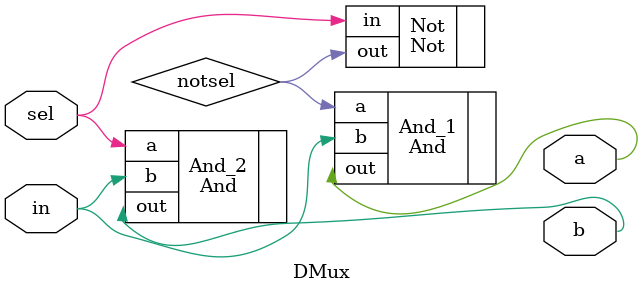
<source format=v>
module DMux(
	input in,
	input sel,
	output a,
	output b
);

	wire notsel;
	Not Not(.in(sel), .out(notsel));
	And And_1(.a(notsel), .b(in), .out(a));
	And And_2(.a(sel), .b(in), .out(b));
endmodule

</source>
